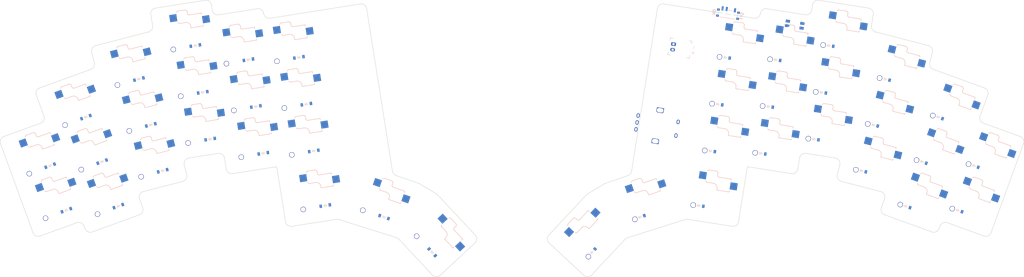
<source format=kicad_pcb>
(kicad_pcb (version 20240108) (generator "ergogen") (generator_version "4.2.1")
  (title_block (title "right") (date "2025-12-26") (rev "v1.0.0") (company "Unknown"))
  (layers (0 "F.Cu" signal) (31 "B.Cu" signal) (34 "B.Paste" user) (35 "F.Paste" user) (36 "B.SilkS" user "B.Silkscreen") (37 "F.SilkS" user "F.Silkscreen") (38 "B.Mask" user) (39 "F.Mask" user) (44 "Edge.Cuts" user))
  (net 0 "")
  (net 1 "P0")
  (net 2 "pinky_bottom")
  (net 3 "GND")
  (net 4 "D1")
  (net 5 "D2")
  (net 6 "pinky_home")
  (net 7 "pinky_top")
  (net 8 "P1")
  (net 9 "ring_bottom")
  (net 10 "ring_home")
  (net 11 "ring_top")
  (net 12 "P2")
  (net 13 "middle_bottom")
  (net 14 "middle_home")
  (net 15 "middle_top")
  (net 16 "P3")
  (net 17 "index_bottom")
  (net 18 "index_home")
  (net 19 "index_top")
  (net 20 "P4")
  (net 21 "inner_bottom")
  (net 22 "inner_home")
  (net 23 "inner_top")
  (net 24 "near_thumb")
  (net 25 "home_thumb")
  (net 26 "far_thumb")
  (net 27 "P8")
  (net 28 "pinky2_extra1")
  (net 29 "pinky2_extra2")
  (net 30 "mirror_pinky_bottom")
  (net 31 "mirror_pinky_home")
  (net 32 "mirror_pinky_top")
  (net 33 "mirror_ring_bottom")
  (net 34 "mirror_ring_home")
  (net 35 "mirror_ring_top")
  (net 36 "mirror_middle_bottom")
  (net 37 "mirror_middle_home")
  (net 38 "mirror_middle_top")
  (net 39 "mirror_index_bottom")
  (net 40 "mirror_index_home")
  (net 41 "mirror_index_top")
  (net 42 "mirror_inner_bottom")
  (net 43 "mirror_inner_home")
  (net 44 "mirror_inner_top")
  (net 45 "mirror_near_thumb")
  (net 46 "mirror_home_thumb")
  (net 47 "mirror_far_thumb")
  (net 48 "mirror_pinky2_extra1")
  (net 49 "mirror_pinky2_extra2")
  (net 50 "P5")
  (net 51 "P6")
  (net 52 "P7")
  (net 53 "RST")
  (net 54 "BAT_P")
  (net 55 "RAW")
  (net 56 "RE_A")
  (net 57 "RE_C")
  (net 58 "JST1_1")
  (net 59 "JST1_2")
  (footprint "ceoloide:switch_choc_v1_v2" (layer "B.Cu") (at 100 100 20)
    (property "Reference" "S1" hide)
  )
  (footprint "ceoloide:switch_choc_v1_v2" (layer "B.Cu") (at 94.1856576 84.0252254 20)
    (property "Reference" "S2" hide)
  )
  (footprint "ceoloide:switch_choc_v1_v2" (layer "B.Cu") (at 88.3713152 68.0504508 20)
    (property "Reference" "S3" hide)
  )
  (footprint "ceoloide:switch_choc_v1_v2" (layer "B.Cu") (at 116.2609289 86.88513280000001 14.5)
    (property "Reference" "S4" hide)
  )
  (footprint "ceoloide:switch_choc_v1_v2" (layer "B.Cu") (at 112.0044688 70.42662290000001 14.5)
    (property "Reference" "S5" hide)
  )
  (footprint "ceoloide:switch_choc_v1_v2" (layer "B.Cu") (at 107.7480087 53.96811300000002 14.5)
    (property "Reference" "S6" hide)
  )
  (footprint "ceoloide:switch_choc_v1_v2" (layer "B.Cu") (at 133.6775921 75.15057519999999 9)
    (property "Reference" "S7" hide)
  )
  (footprint "ceoloide:switch_choc_v1_v2" (layer "B.Cu") (at 131.0182062 58.35987339999999 9)
    (property "Reference" "S8" hide)
  )
  (footprint "ceoloide:switch_choc_v1_v2" (layer "B.Cu") (at 128.35882030000002 41.56917159999999 9)
    (property "Reference" "S9" hide)
  )
  (footprint "ceoloide:switch_choc_v1_v2" (layer "B.Cu") (at 152.707458 80.23626159999999 9)
    (property "Reference" "S10" hide)
  )
  (footprint "ceoloide:switch_choc_v1_v2" (layer "B.Cu") (at 150.0480721 63.44555979999999 9)
    (property "Reference" "S11" hide)
  )
  (footprint "ceoloide:switch_choc_v1_v2" (layer "B.Cu") (at 147.38868620000002 46.65485799999999 9)
    (property "Reference" "S12" hide)
  )
  (footprint "ceoloide:switch_choc_v1_v2" (layer "B.Cu") (at 170.7987171 79.39581779999999 9)
    (property "Reference" "S13" hide)
  )
  (footprint "ceoloide:switch_choc_v1_v2" (layer "B.Cu") (at 168.13933120000002 62.60511599999999 9)
    (property "Reference" "S14" hide)
  )
  (footprint "ceoloide:switch_choc_v1_v2" (layer "B.Cu") (at 165.47994530000003 45.81441419999999 9)
    (property "Reference" "S15" hide)
  )
  (footprint "ceoloide:switch_choc_v1_v2" (layer "B.Cu") (at 174.9150947 98.9931501 9)
    (property "Reference" "S16" hide)
  )
  (footprint "ceoloide:switch_choc_v1_v2" (layer "B.Cu") (at 198.51139030000002 101.90751949999999 -19)
    (property "Reference" "S17" hide)
  )
  (footprint "ceoloide:switch_choc_v1_v2" (layer "B.Cu") (at 218.5703897 114.6455271 -47)
    (property "Reference" "S18" hide)
  )
  (footprint "ceoloide:switch_choc_v1_v2" (layer "B.Cu") (at 81.3754321 101.4578995 20)
    (property "Reference" "S19" hide)
  )
  (footprint "ceoloide:switch_choc_v1_v2" (layer "B.Cu") (at 75.5610897 85.48312489999999 20)
    (property "Reference" "S20" hide)
  )
  (footprint "ceoloide:switch_choc_v1_v2" (layer "B.Cu") (at 391.1407794 100 -20)
    (property "Reference" "S21" hide)
  )
  (footprint "ceoloide:switch_choc_v1_v2" (layer "B.Cu") (at 396.9551218 84.0252254 -20)
    (property "Reference" "S22" hide)
  )
  (footprint "ceoloide:switch_choc_v1_v2" (layer "B.Cu") (at 402.7694642 68.0504508 -20)
    (property "Reference" "S23" hide)
  )
  (footprint "ceoloide:switch_choc_v1_v2" (layer "B.Cu") (at 374.8798505 86.88513280000001 -14.5)
    (property "Reference" "S24" hide)
  )
  (footprint "ceoloide:switch_choc_v1_v2" (layer "B.Cu") (at 379.1363106 70.42662290000001 -14.5)
    (property "Reference" "S25" hide)
  )
  (footprint "ceoloide:switch_choc_v1_v2" (layer "B.Cu") (at 383.39277069999997 53.96811300000002 -14.5)
    (property "Reference" "S26" hide)
  )
  (footprint "ceoloide:switch_choc_v1_v2" (layer "B.Cu") (at 357.46318729999996 75.15057519999999 -9)
    (property "Reference" "S27" hide)
  )
  (footprint "ceoloide:switch_choc_v1_v2" (layer "B.Cu") (at 360.1225732 58.35987339999999 -9)
    (property "Reference" "S28" hide)
  )
  (footprint "ceoloide:switch_choc_v1_v2" (layer "B.Cu") (at 362.7819591 41.56917159999999 -9)
    (property "Reference" "S29" hide)
  )
  (footprint "ceoloide:switch_choc_v1_v2" (layer "B.Cu") (at 338.43332139999995 80.23626159999999 -9)
    (property "Reference" "S30" hide)
  )
  (footprint "ceoloide:switch_choc_v1_v2" (layer "B.Cu") (at 341.0927073 63.44555979999999 -9)
    (property "Reference" "S31" hide)
  )
  (footprint "ceoloide:switch_choc_v1_v2" (layer "B.Cu") (at 343.7520932 46.65485799999999 -9)
    (property "Reference" "S32" hide)
  )
  (footprint "ceoloide:switch_choc_v1_v2" (layer "B.Cu") (at 320.34206229999995 79.39581779999999 -9)
    (property "Reference" "S33" hide)
  )
  (footprint "ceoloide:switch_choc_v1_v2" (layer "B.Cu") (at 323.00144819999997 62.60511599999999 -9)
    (property "Reference" "S34" hide)
  )
  (footprint "ceoloide:switch_choc_v1_v2" (layer "B.Cu") (at 325.6608341 45.81441419999999 -9)
    (property "Reference" "S35" hide)
  )
  (footprint "ceoloide:switch_choc_v1_v2" (layer "B.Cu") (at 316.2256847 98.9931501 -9)
    (property "Reference" "S36" hide)
  )
  (footprint "ceoloide:switch_choc_v1_v2" (layer "B.Cu") (at 292.62938909999997 101.90751949999999 19)
    (property "Reference" "S37" hide)
  )
  (footprint "ceoloide:switch_choc_v1_v2" (layer "B.Cu") (at 272.57038969999996 114.6455271 47)
    (property "Reference" "S38" hide)
  )
  (footprint "ceoloide:switch_choc_v1_v2" (layer "B.Cu") (at 409.7653473 101.4578995 -20)
    (property "Reference" "S39" hide)
  )
  (footprint "ceoloide:switch_choc_v1_v2" (layer "B.Cu") (at 415.5796897 85.48312489999999 -20)
    (property "Reference" "S40" hide)
  )
  (footprint "ceoloide:diode_tht_sod123" (layer "B.Cu") (at 104.5291786 103.6724027 20)
    (property "Reference" "D1" hide)
  )
  (footprint "ceoloide:diode_tht_sod123" (layer "B.Cu") (at 98.7148362 87.6976281 20)
    (property "Reference" "D2" hide)
  )
  (footprint "ceoloide:diode_tht_sod123" (layer "B.Cu") (at 92.90049379999999 71.7228535 20)
    (property "Reference" "D3" hide)
  )
  (footprint "ceoloide:diode_tht_sod123" (layer "B.Cu") (at 120.4172718 90.974731 14.5)
    (property "Reference" "D4" hide)
  )
  (footprint "ceoloide:diode_tht_sod123" (layer "B.Cu") (at 116.1608117 74.51622110000001 14.5)
    (property "Reference" "D5" hide)
  )
  (footprint "ceoloide:diode_tht_sod123" (layer "B.Cu") (at 111.9043516 58.057711200000014 14.5)
    (property "Reference" "D6" hide)
  )
  (footprint "ceoloide:diode_tht_sod123" (layer "B.Cu") (at 137.4228294 79.61971349999999 9)
    (property "Reference" "D7" hide)
  )
  (footprint "ceoloide:diode_tht_sod123" (layer "B.Cu") (at 134.76344350000002 62.82901169999999 9)
    (property "Reference" "D8" hide)
  )
  (footprint "ceoloide:diode_tht_sod123" (layer "B.Cu") (at 132.10405760000003 46.03830989999999 9)
    (property "Reference" "D9" hide)
  )
  (footprint "ceoloide:diode_tht_sod123" (layer "B.Cu") (at 156.45269530000002 84.70539989999999 9)
    (property "Reference" "D10" hide)
  )
  (footprint "ceoloide:diode_tht_sod123" (layer "B.Cu") (at 153.79330940000003 67.9146981 9)
    (property "Reference" "D11" hide)
  )
  (footprint "ceoloide:diode_tht_sod123" (layer "B.Cu") (at 151.13392350000004 51.12399629999999 9)
    (property "Reference" "D12" hide)
  )
  (footprint "ceoloide:diode_tht_sod123" (layer "B.Cu") (at 174.54395440000002 83.86495609999999 9)
    (property "Reference" "D13" hide)
  )
  (footprint "ceoloide:diode_tht_sod123" (layer "B.Cu") (at 171.88456850000003 67.07425429999999 9)
    (property "Reference" "D14" hide)
  )
  (footprint "ceoloide:diode_tht_sod123" (layer "B.Cu") (at 169.22518260000004 50.283552499999985 9)
    (property "Reference" "D15" hide)
  )
  (footprint "ceoloide:diode_tht_sod123" (layer "B.Cu") (at 178.660332 103.46228839999999 9)
    (property "Reference" "D16" hide)
  )
  (footprint "ceoloide:diode_tht_sod123" (layer "B.Cu") (at 199.72010530000003 107.61181679999999 -19)
    (property "Reference" "D17" hide)
  )
  (footprint "ceoloide:diode_tht_sod123" (layer "B.Cu") (at 216.9596163 120.24958 -47)
    (property "Reference" "D18" hide)
  )
  (footprint "ceoloide:diode_tht_sod123" (layer "B.Cu") (at 85.90461069999999 105.1303022 20)
    (property "Reference" "D19" hide)
  )
  (footprint "ceoloide:diode_tht_sod123" (layer "B.Cu") (at 80.09026829999999 89.1555276 20)
    (property "Reference" "D20" hide)
  )
  (footprint "ceoloide:diode_tht_sod123" (layer "B.Cu") (at 386.61160079999996 103.6724027 -20)
    (property "Reference" "D21" hide)
  )
  (footprint "ceoloide:diode_tht_sod123" (layer "B.Cu") (at 392.42594319999995 87.6976281 -20)
    (property "Reference" "D22" hide)
  )
  (footprint "ceoloide:diode_tht_sod123" (layer "B.Cu") (at 398.2402856 71.7228535 -20)
    (property "Reference" "D23" hide)
  )
  (footprint "ceoloide:diode_tht_sod123" (layer "B.Cu") (at 370.72350759999995 90.974731 -14.5)
    (property "Reference" "D24" hide)
  )
  (footprint "ceoloide:diode_tht_sod123" (layer "B.Cu") (at 374.9799677 74.51622110000001 -14.5)
    (property "Reference" "D25" hide)
  )
  (footprint "ceoloide:diode_tht_sod123" (layer "B.Cu") (at 379.23642779999994 58.057711200000014 -14.5)
    (property "Reference" "D26" hide)
  )
  (footprint "ceoloide:diode_tht_sod123" (layer "B.Cu") (at 353.71795 79.61971349999999 -9)
    (property "Reference" "D27" hide)
  )
  (footprint "ceoloide:diode_tht_sod123" (layer "B.Cu") (at 356.3773359 62.82901169999999 -9)
    (property "Reference" "D28" hide)
  )
  (footprint "ceoloide:diode_tht_sod123" (layer "B.Cu") (at 359.0367218 46.03830989999999 -9)
    (property "Reference" "D29" hide)
  )
  (footprint "ceoloide:diode_tht_sod123" (layer "B.Cu") (at 334.68808409999997 84.70539989999999 -9)
    (property "Reference" "D30" hide)
  )
  (footprint "ceoloide:diode_tht_sod123" (layer "B.Cu") (at 337.34747 67.9146981 -9)
    (property "Reference" "D31" hide)
  )
  (footprint "ceoloide:diode_tht_sod123" (layer "B.Cu") (at 340.0068559 51.12399629999999 -9)
    (property "Reference" "D32" hide)
  )
  (footprint "ceoloide:diode_tht_sod123" (layer "B.Cu") (at 316.59682499999997 83.86495609999999 -9)
    (property "Reference" "D33" hide)
  )
  (footprint "ceoloide:diode_tht_sod123" (layer "B.Cu") (at 319.2562109 67.07425429999999 -9)
    (property "Reference" "D34" hide)
  )
  (footprint "ceoloide:diode_tht_sod123" (layer "B.Cu") (at 321.9155968 50.283552499999985 -9)
    (property "Reference" "D35" hide)
  )
  (footprint "ceoloide:diode_tht_sod123" (layer "B.Cu") (at 312.4804474 103.46228839999999 -9)
    (property "Reference" "D36" hide)
  )
  (footprint "ceoloide:diode_tht_sod123" (layer "B.Cu") (at 291.4206741 107.61181679999999 19)
    (property "Reference" "D37" hide)
  )
  (footprint "ceoloide:diode_tht_sod123" (layer "B.Cu") (at 274.1811631 120.24958 47)
    (property "Reference" "D38" hide)
  )
  (footprint "ceoloide:diode_tht_sod123" (layer "B.Cu") (at 405.23616869999995 105.1303022 -20)
    (property "Reference" "D39" hide)
  )
  (footprint "ceoloide:diode_tht_sod123" (layer "B.Cu") (at 411.0505111 89.1555276 -20)
    (property "Reference" "D40" hide)
  )
  (footprint "ceoloide:reset_switch_smd_side" (layer "B.Cu") (at 346.8596251 38.541088999999985 -9)
    (property "Reference" "RST1" hide)
  )
  (footprint "ceoloide:power_switch_smd_side" (layer "B.Cu") (at 322.9575673 34.75537499999999 -99)
    (property "Reference" "PWR1" hide)
  )
  (footprint "ceoloide:rotary_encoder_ec11_ec12" (layer "F.Cu") (at 297.781665 74.81013669999999 -99)
    (property "Reference" "RE1" hide)
  )
  (footprint "ceoloide:battery_connector_jst_ph_2" (layer "B.Cu") (at 303.2746659 46.521146999999985 81)
    (property "Reference" "JST1" hide)
  )
  (gr_line (start 95.13397784958046 112.9449538406774) (end 112.04844503522943 106.78859120124838) (layer Edge.Cuts) (stroke (width 0.15)))
  (gr_line (start 113.24379005567103 104.22516575741122) (end 112.09595684614455 101.07151990391276) (layer Edge.Cuts) (stroke (width 0.15)))
  (gr_line (start 92.22853228038313 110.80991624016139) (end 92.57055240574327 111.74960882023578) (layer Edge.Cuts) (stroke (width 0.15)))
  (gr_line (start 76.32287016467437 61.261859598487334) (end 94.67694160213496 54.581523854639244) (layer Edge.Cuts) (stroke (width 0.15)))
  (gr_line (start 75.12752514423276 63.82528504232451) (end 77.86368634179746 71.34282621780844) (layer Edge.Cuts) (stroke (width 0.15)))
  (gr_line (start 113.47458205404344 98.45118439848399) (end 127.60324771227907 94.79726301061746) (layer Edge.Cuts) (stroke (width 0.15)))
  (gr_line (start 129.03878298176957 92.36020769264604) (end 128.13817815842785 88.87782725145325) (layer Edge.Cuts) (stroke (width 0.15)))
  (gr_line (start 96.405689887816 46.05598278975034) (end 115.3264811824023 41.16273344796434) (layer Edge.Cuts) (stroke (width 0.15)))
  (gr_line (start 94.97015461832554 48.493038107721816) (end 95.92919668416818 52.20137859825934) (layer Edge.Cuts) (stroke (width 0.15)))
  (gr_line (start 129.76160443915518 86.40169054511077) (end 140.25859561977606 84.73913048732508) (layer Edge.Cuts) (stroke (width 0.15)))
  (gr_line (start 138.19420974379813 33.350390934282586) (end 137.89369911817943 31.453041511434662) (layer Edge.Cuts) (stroke (width 0.15)))
  (gr_line (start 135.6054534230738 29.790533842336348) (end 117.82706331375616 32.606354183507236) (layer Edge.Cuts) (stroke (width 0.15)))
  (gr_line (start 116.16455564465787 34.894599878612894) (end 116.80109784026381 38.9135691412298) (layer Edge.Cuts) (stroke (width 0.15)))
  (gr_line (start 145.46082488291074 92.01489935671577) (end 161.26383829688717 89.51194794495946) (layer Edge.Cuts) (stroke (width 0.15)))
  (gr_line (start 142.54684131488168 86.40163815642336) (end 143.17257918780507 90.35239168761723) (layer Edge.Cuts) (stroke (width 0.15)))
  (gr_line (start 156.5983377381482 34.4853238082718) (end 156.61069607059656 34.5633512435943) (layer Edge.Cuts) (stroke (width 0.15)))
  (gr_line (start 161.57670720000002 91.48732449999999) (end 161.58658417736706 91.48576014048214) (layer Edge.Cuts) (stroke (width 0.15)))
  (gr_line (start 161.26383829688717 89.51194794495939) (end 161.57670720000002 91.48732449999999) (layer Edge.Cuts) (stroke (width 0.15)))
  (gr_line (start 158.89894176570218 36.22585891269267) (end 191.19635032515856 31.110451944288364) (layer Edge.Cuts) (stroke (width 0.15)))
  (gr_line (start 166.69065018241025 110.92665795355599) (end 182.61053362795457 108.40519612132692) (layer Edge.Cuts) (stroke (width 0.15)))
  (gr_line (start 212.12928295296044 95.49151885158844) (end 204.05202026457104 92.71029427234966) (layer Edge.Cuts) (stroke (width 0.15)))
  (gr_line (start 205.0567366527446 115.54983986926028) (end 217.02916112827737 128.38869324982142) (layer Edge.Cuts) (stroke (width 0.15)))
  (gr_line (start 219.85586523188695 128.48740384645538) (end 232.2888781556385 116.89343167192573) (layer Edge.Cuts) (stroke (width 0.15)))
  (gr_line (start 232.38758875227245 114.06672756831611) (end 218.9374851093524 99.64325728644428) (layer Edge.Cuts) (stroke (width 0.15)))
  (gr_line (start 76.50940994634811 114.4028533418539) (end 89.66510683654597 109.61457121971978) (layer Edge.Cuts) (stroke (width 0.15)))
  (gr_line (start 62.3172996475613 81.25795914141233) (end 73.94598450251094 113.20750832141223) (layer Edge.Cuts) (stroke (width 0.15)))
  (gr_line (start 76.66834132135585 73.90625166164554) (end 63.51264466800289 78.69453369757514) (layer Edge.Cuts) (stroke (width 0.15)))
  (gr_line (start 379.0923343647707 106.78859120124841) (end 396.0068015504196 112.94495384067741) (layer Edge.Cuts) (stroke (width 0.15)))
  (gr_line (start 398.5702269942567 111.74960882023584) (end 398.9122471196169 110.80991624016133) (layer Edge.Cuts) (stroke (width 0.15)))
  (gr_line (start 379.04482255385545 101.07151990391276) (end 377.896989344329 104.2251657574111) (layer Edge.Cuts) (stroke (width 0.15)))
  (gr_line (start 413.2770930582025 71.34282621780835) (end 416.01325425576727 63.82528504232437) (layer Edge.Cuts) (stroke (width 0.15)))
  (gr_line (start 396.463837797865 54.5815238546392) (end 414.81790923532566 61.261859598487334) (layer Edge.Cuts) (stroke (width 0.15)))
  (gr_line (start 363.53753168772084 94.79726301061744) (end 377.6661973459565 98.45118439848397) (layer Edge.Cuts) (stroke (width 0.15)))
  (gr_line (start 363.0026012415721 88.87782725145325) (end 362.1019964182304 92.3602076926461) (layer Edge.Cuts) (stroke (width 0.15)))
  (gr_line (start 395.21158271583175 52.20137859825945) (end 396.17062478167446 48.49303810772176) (layer Edge.Cuts) (stroke (width 0.15)))
  (gr_line (start 375.8142982175977 41.162733447964364) (end 394.735089512184 46.05598278975035) (layer Edge.Cuts) (stroke (width 0.15)))
  (gr_line (start 350.882183780224 84.73913048732511) (end 361.37917496084475 86.40169054511078) (layer Edge.Cuts) (stroke (width 0.15)))
  (gr_line (start 374.3396815597362 38.913569141229345) (end 374.9762237553421 34.89459987861301) (layer Edge.Cuts) (stroke (width 0.15)))
  (gr_line (start 373.31371608624374 32.606354183507214) (end 355.53532597692634 29.790533842336373) (layer Edge.Cuts) (stroke (width 0.15)))
  (gr_line (start 353.2470802818207 31.45304151143455) (end 352.94656965620186 33.35039093428304) (layer Edge.Cuts) (stroke (width 0.15)))
  (gr_line (start 329.87694110311276 89.51194794495946) (end 345.67995451708924 92.01489935671577) (layer Edge.Cuts) (stroke (width 0.15)))
  (gr_line (start 347.9682002121949 90.35239168761746) (end 348.59393808511834 86.40163815642336) (layer Edge.Cuts) (stroke (width 0.15)))
  (gr_line (start 334.5300833294034 34.56335124359521) (end 334.5424416618518 34.48532380827237) (layer Edge.Cuts) (stroke (width 0.15)))
  (gr_line (start 329.5541952226329 91.48576014048214) (end 329.56407219999994 91.48732449999999) (layer Edge.Cuts) (stroke (width 0.15)))
  (gr_line (start 329.56407219999994 91.48732449999999) (end 329.87694110311276 89.5119479449595) (layer Edge.Cuts) (stroke (width 0.15)))
  (gr_line (start 299.94442907484154 31.11045194428837) (end 332.2418376342979 36.225858912692686) (layer Edge.Cuts) (stroke (width 0.15)))
  (gr_line (start 308.53024577204536 108.40519612132692) (end 324.4501292175896 110.92665795355596) (layer Edge.Cuts) (stroke (width 0.15)))
  (gr_line (start 287.088759135429 92.71029427234964) (end 279.01149644703946 95.49151885158845) (layer Edge.Cuts) (stroke (width 0.15)))
  (gr_line (start 274.11161827172253 128.38869324982136) (end 286.0840427472552 115.54983986926038) (layer Edge.Cuts) (stroke (width 0.15)))
  (gr_line (start 272.20329429064765 99.64325728644422) (end 258.7531906477274 114.06672756831614) (layer Edge.Cuts) (stroke (width 0.15)))
  (gr_line (start 258.8519012443614 116.89343167192571) (end 271.2849141681129 128.48740384645532) (layer Edge.Cuts) (stroke (width 0.15)))
  (gr_line (start 401.475672563454 109.61457121971975) (end 414.6313694536518 114.40285334185387) (layer Edge.Cuts) (stroke (width 0.15)))
  (gr_line (start 417.19479489748903 113.2075083214122) (end 428.8234797524387 81.25795914141236) (layer Edge.Cuts) (stroke (width 0.15)))
  (gr_line (start 427.62813473199714 78.69453369757517) (end 414.47243807864413 73.90625166164554) (layer Edge.Cuts) (stroke (width 0.15)))
  (gr_line (start 161.58658417736706 91.48576014048206) (end 164.4024044873046 109.26415028445751) (layer Edge.Cuts) (stroke (width 0.15)))
  (gr_line (start 154.3100920430426 32.8228161391736) (end 140.48245543890374 35.012898603380904) (layer Edge.Cuts) (stroke (width 0.15)))
  (gr_line (start 202.72777997186952 91.1321261161363) (end 193.4845960202642 32.772959613386774) (layer Edge.Cuts) (stroke (width 0.15)))
  (gr_line (start 326.73837491269535 109.26415028445763) (end 329.5541952226329 91.48576014048194) (layer Edge.Cuts) (stroke (width 0.15)))
  (gr_line (start 350.65832396109624 35.012898603380904) (end 336.83068735695747 32.822816139173604) (layer Edge.Cuts) (stroke (width 0.15)))
  (gr_line (start 297.65618337973586 32.772959613386774) (end 288.41299942813043 91.13212611613699) (layer Edge.Cuts) (stroke (width 0.15)))
  (gr_line (start 212.5127403810708 95.67094399183551) (end 218.5093715767415 99.29564201096224) (layer Edge.Cuts) (stroke (width 0.15)))
  (gr_line (start 204.19676988296928 115.00682228492977) (end 183.52614322130478 108.47355846561061) (layer Edge.Cuts) (stroke (width 0.15)))
  (gr_line (start 278.62803901892903 95.67094399183563) (end 272.6314078232585 99.29564201096224) (layer Edge.Cuts) (stroke (width 0.15)))
  (gr_line (start 286.94400951703045 115.00682228492985) (end 307.6146361786952 108.47355846561062) (layer Edge.Cuts) (stroke (width 0.15)))
  (gr_arc (start 396.00680156211723 112.944953908538) (mid 397.5360783621173 112.878184208538) (end 398.5702270621173 111.749608808538) (layer Edge.Cuts) (stroke (width 0.15)))
  (gr_arc (start 401.4756725517563 109.61457115185905) (mid 399.94639575175626 109.68134085185905) (end 398.91224705175625 110.80991625185905) (layer Edge.Cuts) (stroke (width 0.15)))
  (gr_arc (start 414.6313694653496 114.40285340971448) (mid 416.16064626534967 114.33608370971449) (end 417.1947949653497 113.20750830971448) (layer Edge.Cuts) (stroke (width 0.15)))
  (gr_arc (start 428.82347982029927 81.25795912971464) (mid 428.75671012029926 79.72868232971463) (end 427.6281347202993 78.69453362971464) (layer Edge.Cuts) (stroke (width 0.15)))
  (gr_arc (start 413.2770929903419 71.34282622950616) (mid 413.3438626903419 72.87210302950616) (end 414.4724380903419 73.90625172950615) (layer Edge.Cuts) (stroke (width 0.15)))
  (gr_arc (start 416.01325432362785 63.825285030626645) (mid 415.94648462362784 62.29600823062665) (end 414.81790922362785 61.261859530626644) (layer Edge.Cuts) (stroke (width 0.15)))
  (gr_arc (start 395.2115827095628 52.20137862249982) (mid 395.37790270956276 53.63336772249982) (end 396.46383780956273 54.58152392249982) (layer Edge.Cuts) (stroke (width 0.15)))
  (gr_arc (start 396.1706247879435 48.493038083481096) (mid 395.9575877879435 46.977201383481095) (end 394.7350894879435 46.0559827834811) (layer Edge.Cuts) (stroke (width 0.15)))
  (gr_arc (start 374.33968154183816 38.913569154233386) (mid 374.6424858418382 40.323024554233385) (end 375.8142982418382 41.16273345423338) (layer Edge.Cuts) (stroke (width 0.15)))
  (gr_arc (start 374.9762237732401 34.89459986560919) (mid 374.6188811732401 33.40616036560919) (end 373.3137160732401 32.60635416560919) (layer Edge.Cuts) (stroke (width 0.15)))
  (gr_arc (start 355.5353259639226 29.79053382443834) (mid 354.04688646392265 30.14787642443834) (end 353.2470802639226 31.45304152443834) (layer Edge.Cuts) (stroke (width 0.15)))
  (gr_arc (start 350.6583239740999 35.01289862127922) (mid 352.1467634740999 34.655556021279224) (end 352.9465696740999 33.35039092127922) (layer Edge.Cuts) (stroke (width 0.15)))
  (gr_arc (start 336.83068734395374 32.82281612127558) (mid 335.34224784395377 33.180158721275575) (end 334.54244164395374 34.48532382127558) (layer Edge.Cuts) (stroke (width 0.15)))
  (gr_arc (start 332.2418376473015 36.22585893059093) (mid 333.7302771473015 35.868516330590936) (end 334.5300833473015 34.56335123059093) (layer Edge.Cuts) (stroke (width 0.15)))
  (gr_arc (start 299.94442906183787 31.110451926390354) (mid 298.4559895618379 31.467794526390353) (end 297.65618336183786 32.77295962639035) (layer Edge.Cuts) (stroke (width 0.15)))
  (gr_arc (start 287.08875914602845 92.71029420313295) (mid 287.9697116460285 92.10483230313294) (end 288.4129994460285 91.13212610313295) (layer Edge.Cuts) (stroke (width 0.15)))
  (gr_arc (start 279.0114964364401 95.49151892080538) (mid 278.81500673644007 95.57105662080538) (end 278.6280390364401 95.67094402080538) (layer Edge.Cuts) (stroke (width 0.15)))
  (gr_arc (start 272.6314078407695 99.29564203993203) (mid 272.4053124407695 99.45462313993204) (end 272.2032942407695 99.64325723993204) (layer Edge.Cuts) (stroke (width 0.15)))
  (gr_arc (start 258.75319059784925 114.06672752180395) (mid 258.21711629784926 115.50052322180395) (end 258.85190119784926 116.89343172180395) (layer Edge.Cuts) (stroke (width 0.15)))
  (gr_arc (start 271.2849141216007 128.48740389633355) (mid 272.7187098216007 129.02347819633354) (end 274.1116183216007 128.38869329633354) (layer Edge.Cuts) (stroke (width 0.15)))
  (gr_arc (start 286.94400949737695 115.0068222227482) (mid 286.47893179737696 115.22275282274819) (end 286.08404269737696 115.5498398227482) (layer Edge.Cuts) (stroke (width 0.15)))
  (gr_arc (start 308.5302457590417 108.40519610342892) (mid 308.06846485904174 108.38612420342892) (end 307.6146361590417 108.47355840342892) (layer Edge.Cuts) (stroke (width 0.15)))
  (gr_arc (start 324.45012923059335 110.92665797145398) (mid 325.9385687305933 110.56931537145398) (end 326.73837493059335 109.26415027145399) (layer Edge.Cuts) (stroke (width 0.15)))
  (gr_arc (start 345.6799545300929 92.0148993746138) (mid 347.1683940300929 91.65755677461381) (end 347.9682002300929 90.35239167461381) (layer Edge.Cuts) (stroke (width 0.15)))
  (gr_arc (start 350.8821837672203 84.73913046942718) (mid 349.3937442672203 85.09647306942718) (end 348.5939380672203 86.40163816942717) (layer Edge.Cuts) (stroke (width 0.15)))
  (gr_arc (start 363.0026012478411 88.87782722721276) (mid 362.7388782478411 87.28048082721276) (end 361.3791749478411 86.40169052721276) (layer Edge.Cuts) (stroke (width 0.15)))
  (gr_arc (start 362.10199641196135 92.36020771688653) (mid 362.31503341196134 93.87604441688653) (end 363.5375317119613 94.79726301688653) (layer Edge.Cuts) (stroke (width 0.15)))
  (gr_arc (start 379.04482262171604 101.07151989221497) (mid 378.935412621716 99.45625059221497) (end 377.666197321716 98.45118439221497) (layer Edge.Cuts) (stroke (width 0.15)))
  (gr_arc (start 377.8969892764684 104.22516576910905) (mid 377.9637589764684 105.75444256910906) (end 379.0923343764684 106.78859126910905) (layer Edge.Cuts) (stroke (width 0.15)))
  (gr_arc (start 112.04844502353166 106.78859126910899) (mid 113.17702042353166 105.754442569109) (end 113.24379012353165 104.225165769109) (layer Edge.Cuts) (stroke (width 0.15)))
  (gr_arc (start 113.47458207828393 98.45118439221498) (mid 112.20536677828393 99.45625059221499) (end 112.09595677828393 101.07151989221498) (layer Edge.Cuts) (stroke (width 0.15)))
  (gr_arc (start 127.60324768803858 94.79726301688648) (mid 128.8257459880386 93.87604441688647) (end 129.03878298803858 92.36020771688648) (layer Edge.Cuts) (stroke (width 0.15)))
  (gr_arc (start 129.76160445215882 86.40169052721271) (mid 128.40190105215882 87.2804808272127) (end 128.13817815215882 88.8778272272127) (layer Edge.Cuts) (stroke (width 0.15)))
  (gr_arc (start 142.5468413327797 86.40163816942706) (mid 141.7470351327797 85.09647306942706) (end 140.2585956327797 84.73913046942707) (layer Edge.Cuts) (stroke (width 0.15)))
  (gr_arc (start 143.17257916990707 90.35239167461376) (mid 143.97238536990707 91.65755677461375) (end 145.46082486990707 92.01489937461375) (layer Edge.Cuts) (stroke (width 0.15)))
  (gr_arc (start 164.4024044694066 109.26415027145393) (mid 165.2022106694066 110.56931537145392) (end 166.6906501694066 110.92665797145392) (layer Edge.Cuts) (stroke (width 0.15)))
  (gr_arc (start 183.52614324095825 108.47355840342891) (mid 183.07231444095825 108.3861241034289) (end 182.61053364095824 108.4051961034289) (layer Edge.Cuts) (stroke (width 0.15)))
  (gr_arc (start 205.05673670262274 115.54983982274805) (mid 204.66184760262274 115.22275282274805) (end 204.19676990262275 115.00682222274806) (layer Edge.Cuts) (stroke (width 0.15)))
  (gr_arc (start 217.02916107839917 128.3886932963336) (mid 218.42206957839917 129.0234781963336) (end 219.85586527839916 128.4874038963336) (layer Edge.Cuts) (stroke (width 0.15)))
  (gr_arc (start 232.28887820215067 116.89343172180392) (mid 232.92366310215067 115.50052322180392) (end 232.38758880215067 114.06672752180393) (layer Edge.Cuts) (stroke (width 0.15)))
  (gr_arc (start 218.93748515923056 99.64325723993207) (mid 218.73546705923056 99.45462313993207) (end 218.50937155923057 99.29564193993207) (layer Edge.Cuts) (stroke (width 0.15)))
  (gr_arc (start 212.51274036355989 95.67094402080534) (mid 212.32577256355987 95.57105662080534) (end 212.1292829635599 95.49151892080533) (layer Edge.Cuts) (stroke (width 0.15)))
  (gr_arc (start 202.72777995397155 91.13212610313272) (mid 203.17106775397156 92.10483230313271) (end 204.05202025397153 92.71029430313271) (layer Edge.Cuts) (stroke (width 0.15)))
  (gr_arc (start 193.4845960381622 32.77295962639037) (mid 192.6847898381622 31.467794526390367) (end 191.1963503381622 31.11045192639037) (layer Edge.Cuts) (stroke (width 0.15)))
  (gr_arc (start 156.61069605269853 34.56335123059069) (mid 157.41050225269854 35.868516330590694) (end 158.89894175269853 36.22585893059069) (layer Edge.Cuts) (stroke (width 0.15)))
  (gr_arc (start 156.59833775604622 34.48532382127551) (mid 155.7985315560462 33.180158721275504) (end 154.31009205604622 32.82281612127551) (layer Edge.Cuts) (stroke (width 0.15)))
  (gr_arc (start 138.1942097259001 33.35039092127893) (mid 138.9940159259001 34.65555602127893) (end 140.4824554259001 35.01289862127893) (layer Edge.Cuts) (stroke (width 0.15)))
  (gr_arc (start 137.89369913607746 31.45304152443837) (mid 137.09389293607745 30.14787642443837) (end 135.60545343607745 29.79053382443837) (layer Edge.Cuts) (stroke (width 0.15)))
  (gr_arc (start 117.82706332675983 32.60635416560922) (mid 116.52189822675983 33.40616036560922) (end 116.16455562675984 34.894599865609216) (layer Edge.Cuts) (stroke (width 0.15)))
  (gr_arc (start 115.32648115816181 41.16273345423339) (mid 116.49829345816181 40.32302455423339) (end 116.80109785816181 38.91356915423339) (layer Edge.Cuts) (stroke (width 0.15)))
  (gr_arc (start 96.4056899120565 46.055982783481326) (mid 95.1831916120565 46.97720138348132) (end 94.9701546120565 48.49303808348132) (layer Edge.Cuts) (stroke (width 0.15)))
  (gr_arc (start 94.6769415904372 54.581523922499834) (mid 95.7628766904372 53.633367722499834) (end 95.9291966904372 52.20137862249983) (layer Edge.Cuts) (stroke (width 0.15)))
  (gr_arc (start 76.32287017637215 61.261859530626715) (mid 75.19429477637215 62.29600823062672) (end 75.12752507637215 63.825285030626716) (layer Edge.Cuts) (stroke (width 0.15)))
  (gr_arc (start 76.66834130965808 73.90625172950618) (mid 77.79691670965808 72.87210302950619) (end 77.86368640965807 71.34282622950619) (layer Edge.Cuts) (stroke (width 0.15)))
  (gr_arc (start 63.51264467970067 78.69453362971454) (mid 62.38406927970067 79.72868232971453) (end 62.317299579700666 81.25795912971454) (layer Edge.Cuts) (stroke (width 0.15)))
  (gr_arc (start 73.94598443465033 113.20750830971447) (mid 74.98013313465032 114.33608370971447) (end 76.50940993465032 114.40285340971447) (layer Edge.Cuts) (stroke (width 0.15)))
  (gr_arc (start 92.22853234824375 110.80991625185916) (mid 91.19438364824376 109.68134085185916) (end 89.66510684824375 109.61457115185917) (layer Edge.Cuts) (stroke (width 0.15)))
  (gr_arc (start 92.57055233788267 111.749608808538) (mid 93.60470103788266 112.878184208538) (end 95.13397783788267 112.944953908538) (layer Edge.Cuts) (stroke (width 0.15)))
)
</source>
